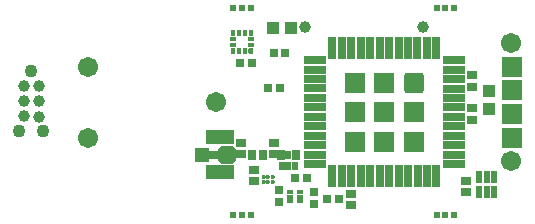
<source format=gbs>
G04*
G04 #@! TF.GenerationSoftware,Altium Limited,Altium Designer,19.1.6 (110)*
G04*
G04 Layer_Color=16711935*
%FSAX25Y25*%
%MOIN*%
G70*
G01*
G75*
%ADD31R,0.02769X0.03162*%
%ADD32R,0.03162X0.02769*%
%ADD37R,0.03950X0.03950*%
%ADD39R,0.03950X0.03950*%
%ADD40R,0.03320X0.03162*%
%ADD42O,0.07099X0.06312*%
%ADD43C,0.04343*%
%ADD44C,0.06706*%
%ADD45C,0.03950*%
%ADD46C,0.02375*%
%ADD81R,0.10224X0.02877*%
%ADD82C,0.03910*%
%ADD83C,0.01417*%
%ADD84R,0.01981X0.02769*%
%ADD85R,0.02769X0.03603*%
%ADD86R,0.06706X0.06706*%
%ADD87R,0.01968X0.01575*%
%ADD88R,0.02375X0.04343*%
%ADD89R,0.06706X0.06706*%
G04:AMPARAMS|DCode=90|XSize=67.06mil|YSize=67.06mil|CornerRadius=9.91mil|HoleSize=0mil|Usage=FLASHONLY|Rotation=180.000|XOffset=0mil|YOffset=0mil|HoleType=Round|Shape=RoundedRectangle|*
%AMROUNDEDRECTD90*
21,1,0.06706,0.04724,0,0,180.0*
21,1,0.04724,0.06706,0,0,180.0*
1,1,0.01981,-0.02362,0.02362*
1,1,0.01981,0.02362,0.02362*
1,1,0.01981,0.02362,-0.02362*
1,1,0.01981,-0.02362,-0.02362*
%
%ADD90ROUNDEDRECTD90*%
%ADD91R,0.02769X0.07493*%
%ADD92R,0.07493X0.02769*%
%ADD93R,0.01194X0.01194*%
%ADD94R,0.01784X0.01883*%
%ADD95R,0.01883X0.01784*%
%ADD96R,0.03241X0.03044*%
%ADD97R,0.04737X0.04737*%
%ADD98R,0.09461X0.04934*%
%ADD99R,0.03162X0.03603*%
G36*
X0129043Y0171365D02*
X0129096Y0171362D01*
X0129116Y0171358D01*
X0129147Y0171352D01*
X0129197Y0171335D01*
X0129244Y0171312D01*
D01*
X0129244Y0171312D01*
X0129258Y0171302D01*
X0129287Y0171283D01*
X0129327Y0171248D01*
X0129327Y0171248D01*
X0129327Y0171248D01*
X0129361Y0171209D01*
X0129381Y0171180D01*
X0129391Y0171165D01*
X0129391Y0171165D01*
D01*
X0129414Y0171118D01*
X0129430Y0171068D01*
X0129437Y0171037D01*
X0129441Y0171017D01*
X0129444Y0170965D01*
Y0169882D01*
X0129441Y0169830D01*
X0129430Y0169778D01*
X0129414Y0169729D01*
X0129391Y0169681D01*
X0129361Y0169638D01*
X0129327Y0169598D01*
X0129287Y0169564D01*
X0129244Y0169535D01*
X0129197Y0169511D01*
X0129147Y0169495D01*
X0129096Y0169484D01*
X0129043Y0169481D01*
X0128059D01*
X0128032Y0169483D01*
X0128007Y0169484D01*
X0128007Y0169484D01*
X0128007D01*
X0127981Y0169490D01*
X0127955Y0169495D01*
X0127955Y0169495D01*
X0127955Y0169495D01*
X0127937Y0169501D01*
X0127906Y0169511D01*
X0127906Y0169511D01*
X0127906Y0169511D01*
X0127884Y0169522D01*
X0127859Y0169535D01*
X0127859Y0169535D01*
X0127859Y0169535D01*
X0127841Y0169546D01*
X0127815Y0169564D01*
X0127815Y0169564D01*
X0127815Y0169564D01*
X0127803Y0169574D01*
X0127776Y0169598D01*
X0127776Y0169598D01*
X0127776Y0169598D01*
X0127751Y0169626D01*
X0127741Y0169638D01*
X0127741Y0169638D01*
X0127741Y0169638D01*
X0127724Y0169664D01*
X0127712Y0169681D01*
X0127712Y0169681D01*
X0127712Y0169681D01*
X0127699Y0169707D01*
X0127689Y0169728D01*
X0127689Y0169728D01*
X0127689Y0169729D01*
X0127678Y0169759D01*
X0127672Y0169778D01*
X0127672Y0169778D01*
X0127672Y0169778D01*
X0127667Y0169804D01*
X0127662Y0169829D01*
Y0169829D01*
X0127662Y0169830D01*
X0127660Y0169854D01*
X0127658Y0169882D01*
X0127658Y0170620D01*
Y0170620D01*
Y0170620D01*
X0127660Y0170647D01*
X0127662Y0170672D01*
X0127662Y0170672D01*
Y0170672D01*
X0127666Y0170697D01*
X0127672Y0170724D01*
X0127672Y0170724D01*
X0127672Y0170724D01*
X0127681Y0170752D01*
X0127689Y0170773D01*
X0127689Y0170773D01*
X0127689Y0170773D01*
X0127703Y0170803D01*
X0127712Y0170820D01*
X0127712Y0170820D01*
X0127712Y0170820D01*
X0127724Y0170838D01*
X0127741Y0170864D01*
X0127741Y0170864D01*
X0127741Y0170864D01*
X0127751Y0170876D01*
X0127775Y0170903D01*
X0127776Y0170903D01*
X0127776Y0170903D01*
X0128120Y0171248D01*
X0128120Y0171248D01*
X0128120Y0171248D01*
X0128160Y0171283D01*
X0128189Y0171302D01*
X0128203Y0171312D01*
X0128203Y0171312D01*
D01*
X0128204Y0171312D01*
X0128250Y0171335D01*
X0128253Y0171336D01*
X0128300Y0171352D01*
X0128331Y0171358D01*
X0128351Y0171362D01*
X0128404Y0171365D01*
X0128404D01*
X0128404D01*
X0129043Y0171365D01*
D02*
G37*
D31*
X0147370Y0127992D02*
D03*
X0143433D02*
D03*
X0153905Y0120945D02*
D03*
X0157843D02*
D03*
X0138315Y0158031D02*
D03*
X0134378D02*
D03*
X0125126Y0166496D02*
D03*
X0129063D02*
D03*
X0136150Y0169803D02*
D03*
X0140087D02*
D03*
D32*
X0137922Y0120102D02*
D03*
Y0124039D02*
D03*
X0149535Y0123386D02*
D03*
Y0119449D02*
D03*
D37*
X0207961Y0156968D02*
D03*
Y0151063D02*
D03*
D39*
X0141819Y0178228D02*
D03*
X0135913D02*
D03*
D40*
X0129496Y0130709D02*
D03*
Y0126929D02*
D03*
X0162055Y0118976D02*
D03*
Y0122756D02*
D03*
X0200362Y0123268D02*
D03*
Y0127047D02*
D03*
X0202291Y0147480D02*
D03*
Y0151260D02*
D03*
Y0162284D02*
D03*
Y0158504D02*
D03*
D42*
X0120524Y0135898D02*
D03*
D43*
X0055382Y0163622D02*
D03*
X0051382Y0143622D02*
D03*
X0059382D02*
D03*
D44*
X0116858Y0153307D02*
D03*
X0215268Y0133622D02*
D03*
Y0172992D02*
D03*
X0074142Y0141496D02*
D03*
Y0165118D02*
D03*
D45*
X0146622Y0178465D02*
D03*
X0185992D02*
D03*
D46*
X0122567Y0115709D02*
D03*
X0125520D02*
D03*
X0128472D02*
D03*
X0128472Y0184606D02*
D03*
X0125520D02*
D03*
X0122567D02*
D03*
X0190480D02*
D03*
X0193433D02*
D03*
X0196386D02*
D03*
X0196386Y0115709D02*
D03*
X0193433D02*
D03*
X0190480D02*
D03*
D81*
X0117167Y0135845D02*
D03*
D82*
X0057882Y0158622D02*
D03*
X0052882D02*
D03*
X0057882Y0153622D02*
D03*
X0052882D02*
D03*
X0057882Y0148307D02*
D03*
X0052882Y0148622D02*
D03*
D83*
X0132882Y0128425D02*
D03*
Y0126850D02*
D03*
X0134457Y0128425D02*
D03*
Y0126850D02*
D03*
X0136031Y0128425D02*
D03*
Y0126850D02*
D03*
D84*
X0138866Y0131929D02*
D03*
X0141032D02*
D03*
X0143197D02*
D03*
X0141032Y0135866D02*
D03*
D85*
X0138472D02*
D03*
X0143591D02*
D03*
D86*
X0215638Y0141496D02*
D03*
Y0149370D02*
D03*
Y0157244D02*
D03*
Y0165118D02*
D03*
D87*
X0145009Y0120298D02*
D03*
Y0121873D02*
D03*
Y0123448D02*
D03*
X0141466Y0120298D02*
D03*
Y0121873D02*
D03*
Y0123448D02*
D03*
D88*
X0204575Y0123346D02*
D03*
X0207134D02*
D03*
X0209693D02*
D03*
Y0128465D02*
D03*
X0207134D02*
D03*
X0204575D02*
D03*
D89*
X0163268Y0140197D02*
D03*
X0173110D02*
D03*
X0183051D02*
D03*
X0163268Y0150039D02*
D03*
X0173110D02*
D03*
X0182953D02*
D03*
X0163268Y0159882D02*
D03*
X0173110Y0159882D02*
D03*
D90*
X0182953Y0159882D02*
D03*
D91*
X0190441Y0171516D02*
D03*
X0187252D02*
D03*
X0184102D02*
D03*
X0180953D02*
D03*
X0177803D02*
D03*
X0174653D02*
D03*
X0171504D02*
D03*
X0168354D02*
D03*
X0165205D02*
D03*
X0162055D02*
D03*
X0158945D02*
D03*
X0155756D02*
D03*
X0155598Y0128583D02*
D03*
X0158909Y0128583D02*
D03*
X0162087D02*
D03*
X0165236Y0128587D02*
D03*
X0168386Y0128587D02*
D03*
X0171535Y0128583D02*
D03*
X0174685D02*
D03*
X0177835Y0128583D02*
D03*
X0180984Y0128583D02*
D03*
X0184134Y0128583D02*
D03*
X0187283D02*
D03*
X0190441D02*
D03*
D92*
X0149890Y0167382D02*
D03*
Y0164232D02*
D03*
Y0161043D02*
D03*
Y0157933D02*
D03*
Y0154783D02*
D03*
Y0151594D02*
D03*
X0149882Y0148465D02*
D03*
X0149882Y0145315D02*
D03*
X0149882Y0142165D02*
D03*
X0149882Y0139028D02*
D03*
X0149882Y0135870D02*
D03*
Y0132717D02*
D03*
X0196346Y0132736D02*
D03*
Y0135846D02*
D03*
Y0139035D02*
D03*
Y0142146D02*
D03*
Y0145295D02*
D03*
Y0148484D02*
D03*
Y0151594D02*
D03*
Y0154744D02*
D03*
Y0157894D02*
D03*
Y0161043D02*
D03*
Y0164232D02*
D03*
Y0167382D02*
D03*
D93*
X0128551Y0170433D02*
D03*
D94*
X0126583D02*
D03*
X0124614D02*
D03*
X0122646D02*
D03*
Y0176339D02*
D03*
X0124614D02*
D03*
X0126583D02*
D03*
X0128551D02*
D03*
D95*
X0122646Y0172402D02*
D03*
X0122646Y0174370D02*
D03*
X0128551D02*
D03*
Y0172402D02*
D03*
D96*
X0125402Y0139842D02*
D03*
Y0136142D02*
D03*
X0136346Y0139842D02*
D03*
Y0136142D02*
D03*
D97*
X0112417Y0135866D02*
D03*
D98*
X0118323Y0141673D02*
D03*
Y0130059D02*
D03*
D99*
X0128866Y0135866D02*
D03*
X0132646D02*
D03*
M02*

</source>
